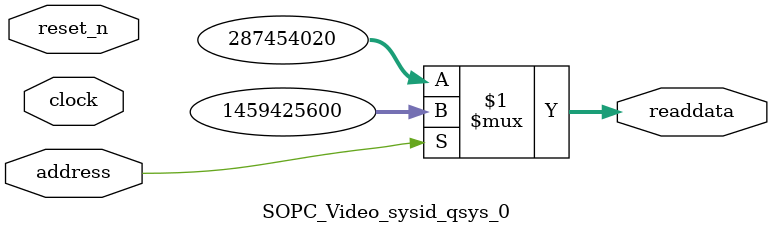
<source format=v>

`timescale 1ns / 1ps
// synthesis translate_on

// turn off superfluous verilog processor warnings 
// altera message_level Level1 
// altera message_off 10034 10035 10036 10037 10230 10240 10030 

module SOPC_Video_sysid_qsys_0 (
               // inputs:
                address,
                clock,
                reset_n,

               // outputs:
                readdata
             )
;

  output  [ 31: 0] readdata;
  input            address;
  input            clock;
  input            reset_n;

  wire    [ 31: 0] readdata;
  //control_slave, which is an e_avalon_slave
  assign readdata = address ? 1459425600 : 287454020;

endmodule




</source>
